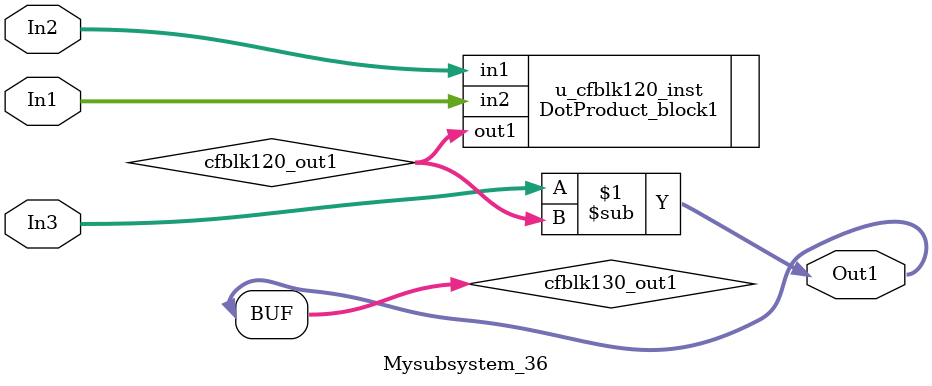
<source format=v>



`timescale 1 ns / 1 ns

module Mysubsystem_36
          (In1,
           In2,
           In3,
           Out1);


  input   [7:0] In1;  // uint8
  input   [7:0] In2;  // uint8
  input   [15:0] In3;  // uint16
  output  [15:0] Out1;  // uint16


  wire [15:0] cfblk120_out1;  // uint16
  wire [15:0] cfblk130_out1;  // uint16


  DotProduct_block1 u_cfblk120_inst (.in1(In2),  // uint8
                                     .in2(In1),  // uint8
                                     .out1(cfblk120_out1)  // uint16
                                     );

  assign cfblk130_out1 = In3 - cfblk120_out1;



  assign Out1 = cfblk130_out1;

endmodule  // Mysubsystem_36


</source>
